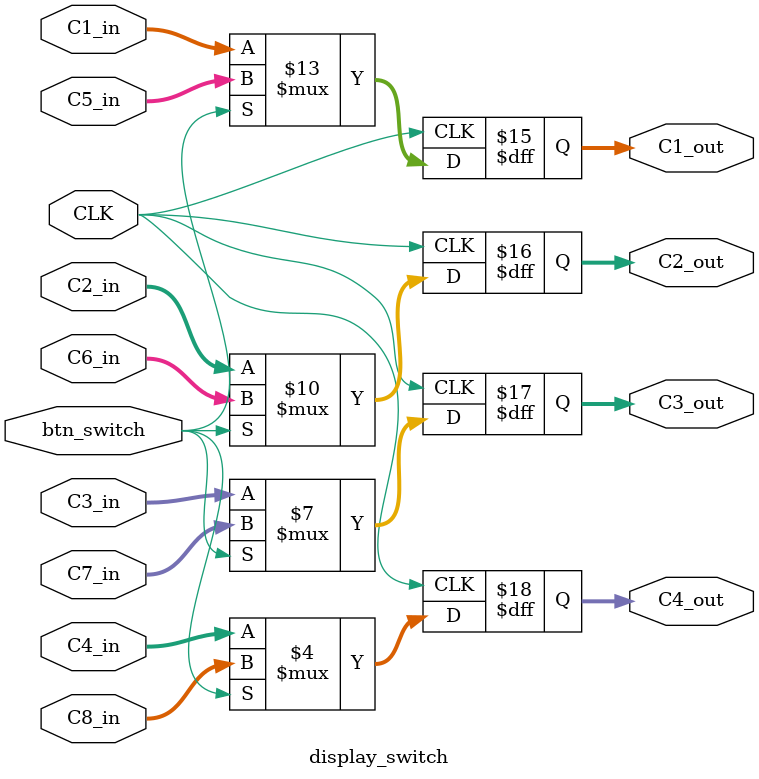
<source format=v>
module display_switch(  CLK, btn_switch, C1_in, C2_in, C3_in, C4_in,
                        C5_in, C6_in, C7_in, C8_in,
                        C1_out, C2_out, C3_out, C4_out); 
input btn_switch, CLK; 
input [3:0] C1_in, C2_in, C3_in, C4_in, C5_in, C6_in, C7_in, C8_in;  
output reg [3:0] C1_out, C2_out, C3_out, C4_out;  

always @(posedge CLK)
begin
    if (btn_switch == 1'b0) 
    begin
        C1_out <= C1_in;
        C2_out <= C2_in;
        C3_out <= C3_in;
        C4_out <= C4_in;
    end
    else 
    begin
        C1_out <= C5_in;
        C2_out <= C6_in;
        C3_out <= C7_in;
        C4_out <= C8_in;
    end
end
 
endmodule
</source>
